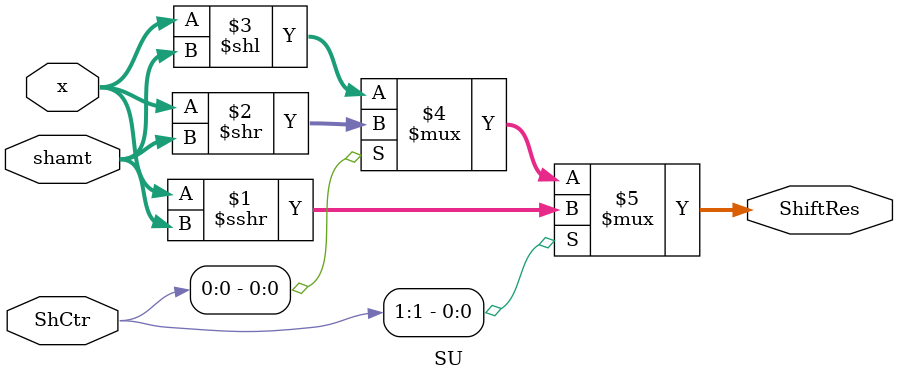
<source format=v>
module SU(input wire[1:0] ShCtr,
          input wire[4:0] shamt,
          input wire[31:0] x,
          output wire[31:0] ShiftRes);

    assign ShiftRes=ShCtr[1]?(x >>> shamt):(ShCtr[0]?(x >> shamt):(x << shamt));

endmodule
</source>
